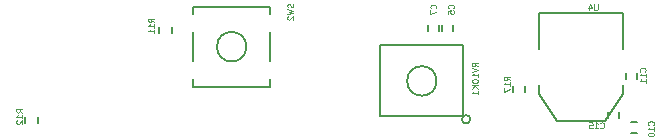
<source format=gbr>
G04 #@! TF.GenerationSoftware,KiCad,Pcbnew,(2016-12-18 revision 3ffa37c)-master*
G04 #@! TF.CreationDate,2017-03-26T15:10:27-07:00*
G04 #@! TF.ProjectId,Pensel,50656E73656C2E6B696361645F706362,rev?*
G04 #@! TF.FileFunction,Legend,Bot*
G04 #@! TF.FilePolarity,Positive*
%FSLAX46Y46*%
G04 Gerber Fmt 4.6, Leading zero omitted, Abs format (unit mm)*
G04 Created by KiCad (PCBNEW (2016-12-18 revision 3ffa37c)-master) date Sunday, March 26, 2017 'PMt' 03:10:27 PM*
%MOMM*%
%LPD*%
G01*
G04 APERTURE LIST*
%ADD10C,0.100000*%
%ADD11C,0.150000*%
%ADD12C,0.075000*%
G04 APERTURE END LIST*
D10*
D11*
X107050000Y-146250000D02*
X107050000Y-145750000D01*
X108000000Y-145750000D02*
X108000000Y-146250000D01*
X93903553Y-149650000D02*
G75*
G03X93903553Y-149650000I-353553J0D01*
G01*
X91050000Y-146400000D02*
G75*
G03X91050000Y-146400000I-1250000J0D01*
G01*
X93300000Y-143400000D02*
X86300000Y-143400000D01*
X86300000Y-143400000D02*
X86300000Y-149400000D01*
X86300000Y-149400000D02*
X93300000Y-149400000D01*
X93300000Y-149400000D02*
X93300000Y-143400000D01*
X99694000Y-143726000D02*
X99694000Y-140678000D01*
X99694000Y-140678000D02*
X106806000Y-140678000D01*
X106806000Y-140678000D02*
X106806000Y-143726000D01*
X99694000Y-146774000D02*
X99694000Y-147536000D01*
X99694000Y-147536000D02*
X101218000Y-149822000D01*
X101218000Y-149822000D02*
X105282000Y-149822000D01*
X105282000Y-149822000D02*
X106806000Y-147536000D01*
X106806000Y-147536000D02*
X106806000Y-146774000D01*
X74950000Y-143500000D02*
G75*
G03X74950000Y-143500000I-1250000J0D01*
G01*
X76950000Y-140750000D02*
X76950000Y-140100000D01*
X76950000Y-140100000D02*
X70450000Y-140100000D01*
X70450000Y-140100000D02*
X70450000Y-140750000D01*
X76950000Y-146250000D02*
X76950000Y-146900000D01*
X76950000Y-146900000D02*
X70450000Y-146900000D01*
X70450000Y-146900000D02*
X70450000Y-146250000D01*
X76950000Y-144750000D02*
X76950000Y-142250000D01*
X70450000Y-144750000D02*
X70450000Y-142250000D01*
X92475000Y-141700000D02*
X92475000Y-142200000D01*
X91525000Y-142200000D02*
X91525000Y-141700000D01*
X91275000Y-141700000D02*
X91275000Y-142200000D01*
X90325000Y-142200000D02*
X90325000Y-141700000D01*
X107500000Y-149875000D02*
X108000000Y-149875000D01*
X108000000Y-150825000D02*
X107500000Y-150825000D01*
X105525000Y-149500000D02*
X105525000Y-149000000D01*
X106475000Y-149000000D02*
X106475000Y-149500000D01*
X68625000Y-141800000D02*
X68625000Y-142300000D01*
X67575000Y-142300000D02*
X67575000Y-141800000D01*
X57275000Y-149450000D02*
X57275000Y-149950000D01*
X56225000Y-149950000D02*
X56225000Y-149450000D01*
X98550000Y-146850000D02*
X98550000Y-147350000D01*
X97500000Y-147350000D02*
X97500000Y-146850000D01*
D12*
X108703571Y-145603571D02*
X108727380Y-145579761D01*
X108751190Y-145508333D01*
X108751190Y-145460714D01*
X108727380Y-145389285D01*
X108679761Y-145341666D01*
X108632142Y-145317857D01*
X108536904Y-145294047D01*
X108465476Y-145294047D01*
X108370238Y-145317857D01*
X108322619Y-145341666D01*
X108275000Y-145389285D01*
X108251190Y-145460714D01*
X108251190Y-145508333D01*
X108275000Y-145579761D01*
X108298809Y-145603571D01*
X108751190Y-146079761D02*
X108751190Y-145794047D01*
X108751190Y-145936904D02*
X108251190Y-145936904D01*
X108322619Y-145889285D01*
X108370238Y-145841666D01*
X108394047Y-145794047D01*
X108751190Y-146555952D02*
X108751190Y-146270238D01*
X108751190Y-146413095D02*
X108251190Y-146413095D01*
X108322619Y-146365476D01*
X108370238Y-146317857D01*
X108394047Y-146270238D01*
X94551190Y-145176190D02*
X94313095Y-145009523D01*
X94551190Y-144890476D02*
X94051190Y-144890476D01*
X94051190Y-145080952D01*
X94075000Y-145128571D01*
X94098809Y-145152380D01*
X94146428Y-145176190D01*
X94217857Y-145176190D01*
X94265476Y-145152380D01*
X94289285Y-145128571D01*
X94313095Y-145080952D01*
X94313095Y-144890476D01*
X94051190Y-145319047D02*
X94551190Y-145485714D01*
X94051190Y-145652380D01*
X94551190Y-146080952D02*
X94551190Y-145795238D01*
X94551190Y-145938095D02*
X94051190Y-145938095D01*
X94122619Y-145890476D01*
X94170238Y-145842857D01*
X94194047Y-145795238D01*
X94051190Y-146390476D02*
X94051190Y-146438095D01*
X94075000Y-146485714D01*
X94098809Y-146509523D01*
X94146428Y-146533333D01*
X94241666Y-146557142D01*
X94360714Y-146557142D01*
X94455952Y-146533333D01*
X94503571Y-146509523D01*
X94527380Y-146485714D01*
X94551190Y-146438095D01*
X94551190Y-146390476D01*
X94527380Y-146342857D01*
X94503571Y-146319047D01*
X94455952Y-146295238D01*
X94360714Y-146271428D01*
X94241666Y-146271428D01*
X94146428Y-146295238D01*
X94098809Y-146319047D01*
X94075000Y-146342857D01*
X94051190Y-146390476D01*
X94551190Y-146771428D02*
X94051190Y-146771428D01*
X94551190Y-147057142D02*
X94265476Y-146842857D01*
X94051190Y-147057142D02*
X94336904Y-146771428D01*
X94551190Y-147533333D02*
X94551190Y-147247619D01*
X94551190Y-147390476D02*
X94051190Y-147390476D01*
X94122619Y-147342857D01*
X94170238Y-147295238D01*
X94194047Y-147247619D01*
X104680952Y-139901190D02*
X104680952Y-140305952D01*
X104657142Y-140353571D01*
X104633333Y-140377380D01*
X104585714Y-140401190D01*
X104490476Y-140401190D01*
X104442857Y-140377380D01*
X104419047Y-140353571D01*
X104395238Y-140305952D01*
X104395238Y-139901190D01*
X103942857Y-140067857D02*
X103942857Y-140401190D01*
X104061904Y-139877380D02*
X104180952Y-140234523D01*
X103871428Y-140234523D01*
X78902380Y-139883333D02*
X78926190Y-139954761D01*
X78926190Y-140073809D01*
X78902380Y-140121428D01*
X78878571Y-140145238D01*
X78830952Y-140169047D01*
X78783333Y-140169047D01*
X78735714Y-140145238D01*
X78711904Y-140121428D01*
X78688095Y-140073809D01*
X78664285Y-139978571D01*
X78640476Y-139930952D01*
X78616666Y-139907142D01*
X78569047Y-139883333D01*
X78521428Y-139883333D01*
X78473809Y-139907142D01*
X78450000Y-139930952D01*
X78426190Y-139978571D01*
X78426190Y-140097619D01*
X78450000Y-140169047D01*
X78426190Y-140335714D02*
X78926190Y-140454761D01*
X78569047Y-140550000D01*
X78926190Y-140645238D01*
X78426190Y-140764285D01*
X78473809Y-140930952D02*
X78450000Y-140954761D01*
X78426190Y-141002380D01*
X78426190Y-141121428D01*
X78450000Y-141169047D01*
X78473809Y-141192857D01*
X78521428Y-141216666D01*
X78569047Y-141216666D01*
X78640476Y-141192857D01*
X78926190Y-140907142D01*
X78926190Y-141216666D01*
X92478571Y-140241666D02*
X92502380Y-140217857D01*
X92526190Y-140146428D01*
X92526190Y-140098809D01*
X92502380Y-140027380D01*
X92454761Y-139979761D01*
X92407142Y-139955952D01*
X92311904Y-139932142D01*
X92240476Y-139932142D01*
X92145238Y-139955952D01*
X92097619Y-139979761D01*
X92050000Y-140027380D01*
X92026190Y-140098809D01*
X92026190Y-140146428D01*
X92050000Y-140217857D01*
X92073809Y-140241666D01*
X92026190Y-140694047D02*
X92026190Y-140455952D01*
X92264285Y-140432142D01*
X92240476Y-140455952D01*
X92216666Y-140503571D01*
X92216666Y-140622619D01*
X92240476Y-140670238D01*
X92264285Y-140694047D01*
X92311904Y-140717857D01*
X92430952Y-140717857D01*
X92478571Y-140694047D01*
X92502380Y-140670238D01*
X92526190Y-140622619D01*
X92526190Y-140503571D01*
X92502380Y-140455952D01*
X92478571Y-140432142D01*
X90978571Y-140266666D02*
X91002380Y-140242857D01*
X91026190Y-140171428D01*
X91026190Y-140123809D01*
X91002380Y-140052380D01*
X90954761Y-140004761D01*
X90907142Y-139980952D01*
X90811904Y-139957142D01*
X90740476Y-139957142D01*
X90645238Y-139980952D01*
X90597619Y-140004761D01*
X90550000Y-140052380D01*
X90526190Y-140123809D01*
X90526190Y-140171428D01*
X90550000Y-140242857D01*
X90573809Y-140266666D01*
X90526190Y-140433333D02*
X90526190Y-140766666D01*
X91026190Y-140552380D01*
X109403571Y-150128571D02*
X109427380Y-150104761D01*
X109451190Y-150033333D01*
X109451190Y-149985714D01*
X109427380Y-149914285D01*
X109379761Y-149866666D01*
X109332142Y-149842857D01*
X109236904Y-149819047D01*
X109165476Y-149819047D01*
X109070238Y-149842857D01*
X109022619Y-149866666D01*
X108975000Y-149914285D01*
X108951190Y-149985714D01*
X108951190Y-150033333D01*
X108975000Y-150104761D01*
X108998809Y-150128571D01*
X109451190Y-150604761D02*
X109451190Y-150319047D01*
X109451190Y-150461904D02*
X108951190Y-150461904D01*
X109022619Y-150414285D01*
X109070238Y-150366666D01*
X109094047Y-150319047D01*
X108951190Y-150914285D02*
X108951190Y-150961904D01*
X108975000Y-151009523D01*
X108998809Y-151033333D01*
X109046428Y-151057142D01*
X109141666Y-151080952D01*
X109260714Y-151080952D01*
X109355952Y-151057142D01*
X109403571Y-151033333D01*
X109427380Y-151009523D01*
X109451190Y-150961904D01*
X109451190Y-150914285D01*
X109427380Y-150866666D01*
X109403571Y-150842857D01*
X109355952Y-150819047D01*
X109260714Y-150795238D01*
X109141666Y-150795238D01*
X109046428Y-150819047D01*
X108998809Y-150842857D01*
X108975000Y-150866666D01*
X108951190Y-150914285D01*
X104921428Y-150353571D02*
X104945238Y-150377380D01*
X105016666Y-150401190D01*
X105064285Y-150401190D01*
X105135714Y-150377380D01*
X105183333Y-150329761D01*
X105207142Y-150282142D01*
X105230952Y-150186904D01*
X105230952Y-150115476D01*
X105207142Y-150020238D01*
X105183333Y-149972619D01*
X105135714Y-149925000D01*
X105064285Y-149901190D01*
X105016666Y-149901190D01*
X104945238Y-149925000D01*
X104921428Y-149948809D01*
X104445238Y-150401190D02*
X104730952Y-150401190D01*
X104588095Y-150401190D02*
X104588095Y-149901190D01*
X104635714Y-149972619D01*
X104683333Y-150020238D01*
X104730952Y-150044047D01*
X103992857Y-149901190D02*
X104230952Y-149901190D01*
X104254761Y-150139285D01*
X104230952Y-150115476D01*
X104183333Y-150091666D01*
X104064285Y-150091666D01*
X104016666Y-150115476D01*
X103992857Y-150139285D01*
X103969047Y-150186904D01*
X103969047Y-150305952D01*
X103992857Y-150353571D01*
X104016666Y-150377380D01*
X104064285Y-150401190D01*
X104183333Y-150401190D01*
X104230952Y-150377380D01*
X104254761Y-150353571D01*
X67151190Y-141403571D02*
X66913095Y-141236904D01*
X67151190Y-141117857D02*
X66651190Y-141117857D01*
X66651190Y-141308333D01*
X66675000Y-141355952D01*
X66698809Y-141379761D01*
X66746428Y-141403571D01*
X66817857Y-141403571D01*
X66865476Y-141379761D01*
X66889285Y-141355952D01*
X66913095Y-141308333D01*
X66913095Y-141117857D01*
X67151190Y-141879761D02*
X67151190Y-141594047D01*
X67151190Y-141736904D02*
X66651190Y-141736904D01*
X66722619Y-141689285D01*
X66770238Y-141641666D01*
X66794047Y-141594047D01*
X67151190Y-142355952D02*
X67151190Y-142070238D01*
X67151190Y-142213095D02*
X66651190Y-142213095D01*
X66722619Y-142165476D01*
X66770238Y-142117857D01*
X66794047Y-142070238D01*
X55976190Y-149078571D02*
X55738095Y-148911904D01*
X55976190Y-148792857D02*
X55476190Y-148792857D01*
X55476190Y-148983333D01*
X55500000Y-149030952D01*
X55523809Y-149054761D01*
X55571428Y-149078571D01*
X55642857Y-149078571D01*
X55690476Y-149054761D01*
X55714285Y-149030952D01*
X55738095Y-148983333D01*
X55738095Y-148792857D01*
X55976190Y-149554761D02*
X55976190Y-149269047D01*
X55976190Y-149411904D02*
X55476190Y-149411904D01*
X55547619Y-149364285D01*
X55595238Y-149316666D01*
X55619047Y-149269047D01*
X55523809Y-149745238D02*
X55500000Y-149769047D01*
X55476190Y-149816666D01*
X55476190Y-149935714D01*
X55500000Y-149983333D01*
X55523809Y-150007142D01*
X55571428Y-150030952D01*
X55619047Y-150030952D01*
X55690476Y-150007142D01*
X55976190Y-149721428D01*
X55976190Y-150030952D01*
X97251190Y-146328571D02*
X97013095Y-146161904D01*
X97251190Y-146042857D02*
X96751190Y-146042857D01*
X96751190Y-146233333D01*
X96775000Y-146280952D01*
X96798809Y-146304761D01*
X96846428Y-146328571D01*
X96917857Y-146328571D01*
X96965476Y-146304761D01*
X96989285Y-146280952D01*
X97013095Y-146233333D01*
X97013095Y-146042857D01*
X97251190Y-146804761D02*
X97251190Y-146519047D01*
X97251190Y-146661904D02*
X96751190Y-146661904D01*
X96822619Y-146614285D01*
X96870238Y-146566666D01*
X96894047Y-146519047D01*
X96751190Y-146971428D02*
X96751190Y-147304761D01*
X97251190Y-147090476D01*
M02*

</source>
